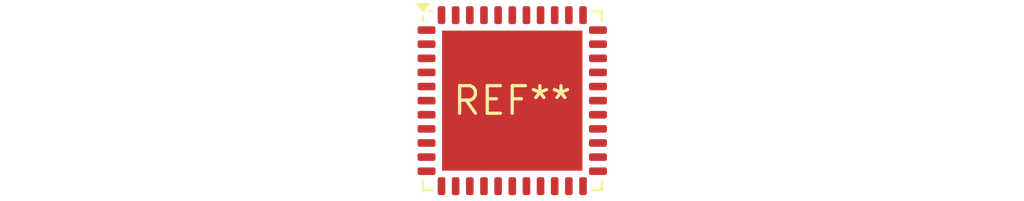
<source format=kicad_pcb>
(kicad_pcb (version 20240108) (generator pcbnew)
  (layers (0 "F.Cu" signal) (31 "B.Cu" signal) (34 "B.Paste" user) (35 "F.Paste" user) (36 "B.SilkS" user "B.Silkscreen") (37 "F.SilkS" user "F.Silkscreen") (38 "B.Mask" user) (39 "F.Mask" user) (44 "Edge.Cuts" user))
  (net 0 "")
  (footprint "QFN-44-1EP_8x8mm_P0.65mm_EP6.45x6.45mm" (layer "F.Cu") (at 0 0)
    (property "Reference" "REF**")
    (property "Value" "QFN-44-1EP_8x8mm_P0.65mm_EP6.45x6.45mm")
    (fp_line (start -4.11 -3.685) (end -4.11 -3.87) (layer "F.SilkS") (stroke (width 0.12)))
    (fp_line (start -4.11 4.11) (end -4.11 3.685) (layer "F.SilkS") (stroke (width 0.12)))
    (fp_line (start -3.685 -4.11) (end -3.81 -4.11) (layer "F.SilkS") (stroke (width 0.12)))
    (fp_line (start -3.685 4.11) (end -4.11 4.11) (layer "F.SilkS") (stroke (width 0.12)))
    (fp_line (start 3.685 -4.11) (end 4.11 -4.11) (layer "F.SilkS") (stroke (width 0.12)))
    (fp_line (start 3.685 4.11) (end 4.11 4.11) (layer "F.SilkS") (stroke (width 0.12)))
    (fp_line (start 4.11 -4.11) (end 4.11 -3.685) (layer "F.SilkS") (stroke (width 0.12)))
    (fp_line (start 4.11 4.11) (end 4.11 3.685) (layer "F.SilkS") (stroke (width 0.12)))
    (fp_poly (pts (xy -4.11 -4.11) (xy -4.35 -4.44) (xy -3.87 -4.44) (xy -4.11 -4.11)) (layer "F.SilkS") (stroke (width 0.12)) (fill solid))
    (pad "1" smd roundrect (at -3.9375 -3.25) (size 0.825 0.35) (layers "F.Cu" "F.Paste" "F.Mask"))
    (pad "2" smd roundrect (at -3.9375 -2.6) (size 0.825 0.35) (layers "F.Cu" "F.Paste" "F.Mask"))
    (pad "3" smd roundrect (at -3.9375 -1.95) (size 0.825 0.35) (layers "F.Cu" "F.Paste" "F.Mask"))
    (pad "4" smd roundrect (at -3.9375 -1.3) (size 0.825 0.35) (layers "F.Cu" "F.Paste" "F.Mask"))
    (pad "5" smd roundrect (at -3.9375 -0.65) (size 0.825 0.35) (layers "F.Cu" "F.Paste" "F.Mask"))
    (pad "6" smd roundrect (at -3.9375 0) (size 0.825 0.35) (layers "F.Cu" "F.Paste" "F.Mask"))
    (pad "7" smd roundrect (at -3.9375 0.65) (size 0.825 0.35) (layers "F.Cu" "F.Paste" "F.Mask"))
    (pad "8" smd roundrect (at -3.9375 1.3) (size 0.825 0.35) (layers "F.Cu" "F.Paste" "F.Mask"))
    (pad "9" smd roundrect (at -3.9375 1.95) (size 0.825 0.35) (layers "F.Cu" "F.Paste" "F.Mask"))
    (pad "10" smd roundrect (at -3.9375 2.6) (size 0.825 0.35) (layers "F.Cu" "F.Paste" "F.Mask"))
    (pad "11" smd roundrect (at -3.9375 3.25) (size 0.825 0.35) (layers "F.Cu" "F.Paste" "F.Mask"))
    (pad "12" smd roundrect (at -3.25 3.9375) (size 0.35 0.825) (layers "F.Cu" "F.Paste" "F.Mask"))
    (pad "13" smd roundrect (at -2.6 3.9375) (size 0.35 0.825) (layers "F.Cu" "F.Paste" "F.Mask"))
    (pad "14" smd roundrect (at -1.95 3.9375) (size 0.35 0.825) (layers "F.Cu" "F.Paste" "F.Mask"))
    (pad "15" smd roundrect (at -1.3 3.9375) (size 0.35 0.825) (layers "F.Cu" "F.Paste" "F.Mask"))
    (pad "16" smd roundrect (at -0.65 3.9375) (size 0.35 0.825) (layers "F.Cu" "F.Paste" "F.Mask"))
    (pad "17" smd roundrect (at 0 3.9375) (size 0.35 0.825) (layers "F.Cu" "F.Paste" "F.Mask"))
    (pad "18" smd roundrect (at 0.65 3.9375) (size 0.35 0.825) (layers "F.Cu" "F.Paste" "F.Mask"))
    (pad "19" smd roundrect (at 1.3 3.9375) (size 0.35 0.825) (layers "F.Cu" "F.Paste" "F.Mask"))
    (pad "20" smd roundrect (at 1.95 3.9375) (size 0.35 0.825) (layers "F.Cu" "F.Paste" "F.Mask"))
    (pad "21" smd roundrect (at 2.6 3.9375) (size 0.35 0.825) (layers "F.Cu" "F.Paste" "F.Mask"))
    (pad "22" smd roundrect (at 3.25 3.9375) (size 0.35 0.825) (layers "F.Cu" "F.Paste" "F.Mask"))
    (pad "23" smd roundrect (at 3.9375 3.25) (size 0.825 0.35) (layers "F.Cu" "F.Paste" "F.Mask"))
    (pad "24" smd roundrect (at 3.9375 2.6) (size 0.825 0.35) (layers "F.Cu" "F.Paste" "F.Mask"))
    (pad "25" smd roundrect (at 3.9375 1.95) (size 0.825 0.35) (layers "F.Cu" "F.Paste" "F.Mask"))
    (pad "26" smd roundrect (at 3.9375 1.3) (size 0.825 0.35) (layers "F.Cu" "F.Paste" "F.Mask"))
    (pad "27" smd roundrect (at 3.9375 0.65) (size 0.825 0.35) (layers "F.Cu" "F.Paste" "F.Mask"))
    (pad "28" smd roundrect (at 3.9375 0) (size 0.825 0.35) (layers "F.Cu" "F.Paste" "F.Mask"))
    (pad "29" smd roundrect (at 3.9375 -0.65) (size 0.825 0.35) (layers "F.Cu" "F.Paste" "F.Mask"))
    (pad "30" smd roundrect (at 3.9375 -1.3) (size 0.825 0.35) (layers "F.Cu" "F.Paste" "F.Mask"))
    (pad "31" smd roundrect (at 3.9375 -1.95) (size 0.825 0.35) (layers "F.Cu" "F.Paste" "F.Mask"))
    (pad "32" smd roundrect (at 3.9375 -2.6) (size 0.825 0.35) (layers "F.Cu" "F.Paste" "F.Mask"))
    (pad "33" smd roundrect (at 3.9375 -3.25) (size 0.825 0.35) (layers "F.Cu" "F.Paste" "F.Mask"))
    (pad "34" smd roundrect (at 3.25 -3.9375) (size 0.35 0.825) (layers "F.Cu" "F.Paste" "F.Mask"))
    (pad "35" smd roundrect (at 2.6 -3.9375) (size 0.35 0.825) (layers "F.Cu" "F.Paste" "F.Mask"))
    (pad "36" smd roundrect (at 1.95 -3.9375) (size 0.35 0.825) (layers "F.Cu" "F.Paste" "F.Mask"))
    (pad "37" smd roundrect (at 1.3 -3.9375) (size 0.35 0.825) (layers "F.Cu" "F.Paste" "F.Mask"))
    (pad "38" smd roundrect (at 0.65 -3.9375) (size 0.35 0.825) (layers "F.Cu" "F.Paste" "F.Mask"))
    (pad "39" smd roundrect (at 0 -3.9375) (size 0.35 0.825) (layers "F.Cu" "F.Paste" "F.Mask"))
    (pad "40" smd roundrect (at -0.65 -3.9375) (size 0.35 0.825) (layers "F.Cu" "F.Paste" "F.Mask"))
    (pad "41" smd roundrect (at -1.3 -3.9375) (size 0.35 0.825) (layers "F.Cu" "F.Paste" "F.Mask"))
    (pad "42" smd roundrect (at -1.95 -3.9375) (size 0.35 0.825) (layers "F.Cu" "F.Paste" "F.Mask"))
    (pad "43" smd roundrect (at -2.6 -3.9375) (size 0.35 0.825) (layers "F.Cu" "F.Paste" "F.Mask"))
    (pad "44" smd roundrect (at -3.25 -3.9375) (size 0.35 0.825) (layers "F.Cu" "F.Paste" "F.Mask"))
    (pad "45" smd rect (at 0 0) (size 6.45 6.45) (property pad_prop_heatsink) (layers "F.Cu" "F.Mask"))
  )
)
</source>
